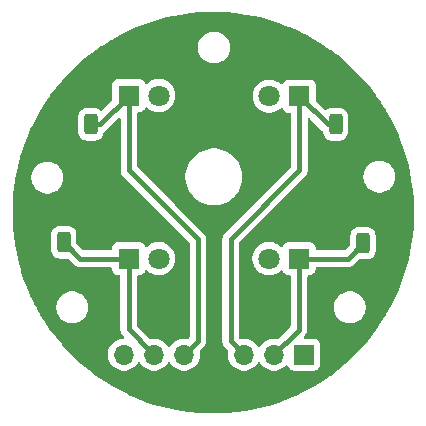
<source format=gbr>
%TF.GenerationSoftware,KiCad,Pcbnew,9.0.1*%
%TF.CreationDate,2025-05-16T16:11:36-04:00*%
%TF.ProjectId,Ir PCB,49722050-4342-42e6-9b69-6361645f7063,rev?*%
%TF.SameCoordinates,Original*%
%TF.FileFunction,Copper,L1,Top*%
%TF.FilePolarity,Positive*%
%FSLAX46Y46*%
G04 Gerber Fmt 4.6, Leading zero omitted, Abs format (unit mm)*
G04 Created by KiCad (PCBNEW 9.0.1) date 2025-05-16 16:11:36*
%MOMM*%
%LPD*%
G01*
G04 APERTURE LIST*
G04 Aperture macros list*
%AMRoundRect*
0 Rectangle with rounded corners*
0 $1 Rounding radius*
0 $2 $3 $4 $5 $6 $7 $8 $9 X,Y pos of 4 corners*
0 Add a 4 corners polygon primitive as box body*
4,1,4,$2,$3,$4,$5,$6,$7,$8,$9,$2,$3,0*
0 Add four circle primitives for the rounded corners*
1,1,$1+$1,$2,$3*
1,1,$1+$1,$4,$5*
1,1,$1+$1,$6,$7*
1,1,$1+$1,$8,$9*
0 Add four rect primitives between the rounded corners*
20,1,$1+$1,$2,$3,$4,$5,0*
20,1,$1+$1,$4,$5,$6,$7,0*
20,1,$1+$1,$6,$7,$8,$9,0*
20,1,$1+$1,$8,$9,$2,$3,0*%
G04 Aperture macros list end*
%TA.AperFunction,ComponentPad*%
%ADD10R,1.800000X1.800000*%
%TD*%
%TA.AperFunction,ComponentPad*%
%ADD11C,1.800000*%
%TD*%
%TA.AperFunction,SMDPad,CuDef*%
%ADD12RoundRect,0.250000X-0.312500X-0.625000X0.312500X-0.625000X0.312500X0.625000X-0.312500X0.625000X0*%
%TD*%
%TA.AperFunction,SMDPad,CuDef*%
%ADD13RoundRect,0.250000X0.312500X0.625000X-0.312500X0.625000X-0.312500X-0.625000X0.312500X-0.625000X0*%
%TD*%
%TA.AperFunction,ComponentPad*%
%ADD14R,1.700000X1.700000*%
%TD*%
%TA.AperFunction,ComponentPad*%
%ADD15O,1.700000X1.700000*%
%TD*%
%TA.AperFunction,Conductor*%
%ADD16C,0.400000*%
%TD*%
G04 APERTURE END LIST*
D10*
%TO.P,Q4,1,C*%
%TO.N,/S3*%
X142790000Y-100070000D03*
D11*
%TO.P,Q4,2,E*%
%TO.N,GND*%
X145330000Y-100070000D03*
%TD*%
D12*
%TO.P,R4,1*%
%TO.N,+5V*%
X134365000Y-112490000D03*
%TO.P,R4,2*%
%TO.N,/S4*%
X137290000Y-112490000D03*
%TD*%
D13*
%TO.P,R2,1*%
%TO.N,+5V*%
X163230000Y-102500000D03*
%TO.P,R2,2*%
%TO.N,/S2*%
X160305000Y-102500000D03*
%TD*%
D12*
%TO.P,R3,1*%
%TO.N,+5V*%
X136650000Y-102500000D03*
%TO.P,R3,2*%
%TO.N,/S3*%
X139575000Y-102500000D03*
%TD*%
D14*
%TO.P,J1,1,Pin_1*%
%TO.N,GND*%
X157620000Y-122000000D03*
D15*
%TO.P,J1,2,Pin_2*%
%TO.N,/S1*%
X155080000Y-122000000D03*
%TO.P,J1,3,Pin_3*%
%TO.N,/S2*%
X152540000Y-122000000D03*
%TO.P,J1,4,Pin_4*%
%TO.N,+5V*%
X150000000Y-122000000D03*
%TO.P,J1,5,Pin_5*%
%TO.N,/S3*%
X147460000Y-122000000D03*
%TO.P,J1,6,Pin_6*%
%TO.N,/S4*%
X144920000Y-122000000D03*
%TO.P,J1,7,Pin_7*%
%TO.N,GND*%
X142380000Y-122000000D03*
%TD*%
D10*
%TO.P,Q2,1,C*%
%TO.N,/S1*%
X157200000Y-113870000D03*
D11*
%TO.P,Q2,2,E*%
%TO.N,GND*%
X154660000Y-113870000D03*
%TD*%
D10*
%TO.P,Q5,1,C*%
%TO.N,/S4*%
X142780000Y-113870000D03*
D11*
%TO.P,Q5,2,E*%
%TO.N,GND*%
X145320000Y-113870000D03*
%TD*%
D10*
%TO.P,Q3,1,C*%
%TO.N,/S2*%
X157230000Y-100110000D03*
D11*
%TO.P,Q3,2,E*%
%TO.N,GND*%
X154690000Y-100110000D03*
%TD*%
D13*
%TO.P,R1,1*%
%TO.N,+5V*%
X165540000Y-112570000D03*
%TO.P,R1,2*%
%TO.N,/S1*%
X162615000Y-112570000D03*
%TD*%
D16*
%TO.N,/S2*%
X157230000Y-100110000D02*
X157230000Y-106400000D01*
X151420000Y-112210000D02*
X151420000Y-120880000D01*
X160305000Y-102500000D02*
X159620000Y-102500000D01*
X159620000Y-102500000D02*
X157230000Y-100110000D01*
X157230000Y-106400000D02*
X151420000Y-112210000D01*
X151420000Y-120880000D02*
X152390000Y-121850000D01*
%TO.N,/S4*%
X137290000Y-112490000D02*
X138670000Y-113870000D01*
X142780000Y-113870000D02*
X142780000Y-119860000D01*
X142780000Y-119860000D02*
X144770000Y-121850000D01*
X138670000Y-113870000D02*
X142780000Y-113870000D01*
%TO.N,/S3*%
X140360000Y-102500000D02*
X142790000Y-100070000D01*
X148640000Y-112220000D02*
X148640000Y-120820000D01*
X139575000Y-102500000D02*
X140360000Y-102500000D01*
X148640000Y-120820000D02*
X147310000Y-122150000D01*
X142790000Y-100070000D02*
X142790000Y-106370000D01*
X142790000Y-106370000D02*
X148640000Y-112220000D01*
%TO.N,/S1*%
X157200000Y-113870000D02*
X157200000Y-119880000D01*
X161315000Y-113870000D02*
X157200000Y-113870000D01*
X162615000Y-112570000D02*
X161315000Y-113870000D01*
X157200000Y-119880000D02*
X154930000Y-122150000D01*
%TD*%
%TA.AperFunction,Conductor*%
%TO.N,+5V*%
G36*
X150335508Y-92995167D02*
G01*
X151114268Y-93031171D01*
X151119979Y-93031567D01*
X151896234Y-93103498D01*
X151901895Y-93104155D01*
X152674010Y-93211860D01*
X152679655Y-93212781D01*
X153445981Y-93356033D01*
X153451584Y-93357215D01*
X154210473Y-93535704D01*
X154215958Y-93537129D01*
X154965790Y-93750475D01*
X154971263Y-93752169D01*
X155710453Y-93999920D01*
X155715790Y-94001847D01*
X156295553Y-94226448D01*
X156442773Y-94283482D01*
X156448036Y-94285662D01*
X157161251Y-94600577D01*
X157166349Y-94602970D01*
X157458497Y-94748443D01*
X157864233Y-94950476D01*
X157869300Y-94953147D01*
X158157911Y-95113902D01*
X158550357Y-95332493D01*
X158555272Y-95335381D01*
X159218121Y-95745799D01*
X159222878Y-95748899D01*
X159866061Y-96189489D01*
X159870691Y-96192821D01*
X160301844Y-96518412D01*
X160492818Y-96662629D01*
X160497303Y-96666182D01*
X161086022Y-97155048D01*
X161097054Y-97164209D01*
X161101373Y-97167967D01*
X161265124Y-97317246D01*
X161677491Y-97693169D01*
X161681634Y-97697125D01*
X162232874Y-98248365D01*
X162236830Y-98252508D01*
X162762030Y-98828624D01*
X162765790Y-98832945D01*
X163263813Y-99432691D01*
X163267370Y-99437181D01*
X163737171Y-100059298D01*
X163740515Y-100063946D01*
X164140331Y-100647606D01*
X164181086Y-100707100D01*
X164184206Y-100711889D01*
X164528421Y-101267815D01*
X164594611Y-101374715D01*
X164597513Y-101379654D01*
X164976852Y-102060699D01*
X164979523Y-102065766D01*
X165327016Y-102763624D01*
X165329431Y-102768767D01*
X165627723Y-103444334D01*
X165644325Y-103481934D01*
X165646517Y-103487226D01*
X165928143Y-104214184D01*
X165930088Y-104219572D01*
X166177830Y-104958737D01*
X166179524Y-104964209D01*
X166392862Y-105714012D01*
X166394302Y-105719556D01*
X166572783Y-106478413D01*
X166573966Y-106484018D01*
X166717217Y-107250340D01*
X166718139Y-107255994D01*
X166825842Y-108028090D01*
X166826502Y-108033780D01*
X166898431Y-108810019D01*
X166898828Y-108815733D01*
X166934833Y-109594491D01*
X166934965Y-109600218D01*
X166934965Y-110379781D01*
X166934833Y-110385508D01*
X166898828Y-111164266D01*
X166898431Y-111169980D01*
X166826502Y-111946219D01*
X166825842Y-111951909D01*
X166718139Y-112724005D01*
X166717217Y-112729659D01*
X166573966Y-113495981D01*
X166572783Y-113501586D01*
X166394302Y-114260443D01*
X166392862Y-114265987D01*
X166179524Y-115015790D01*
X166177830Y-115021262D01*
X165930088Y-115760427D01*
X165928143Y-115765815D01*
X165646517Y-116492773D01*
X165644325Y-116498065D01*
X165329438Y-117211215D01*
X165327016Y-117216375D01*
X164979523Y-117914233D01*
X164976852Y-117919300D01*
X164597513Y-118600345D01*
X164594611Y-118605284D01*
X164184213Y-119268100D01*
X164181086Y-119272899D01*
X163740517Y-119916051D01*
X163737171Y-119920701D01*
X163267370Y-120542818D01*
X163263813Y-120547308D01*
X162765790Y-121147054D01*
X162762030Y-121151375D01*
X162236830Y-121727491D01*
X162232874Y-121731634D01*
X161681634Y-122282874D01*
X161677491Y-122286830D01*
X161101375Y-122812030D01*
X161097054Y-122815790D01*
X160497308Y-123313813D01*
X160492818Y-123317370D01*
X159870701Y-123787171D01*
X159866051Y-123790517D01*
X159222899Y-124231086D01*
X159218100Y-124234213D01*
X158555284Y-124644611D01*
X158550345Y-124647513D01*
X157869300Y-125026852D01*
X157864233Y-125029523D01*
X157166375Y-125377016D01*
X157161215Y-125379438D01*
X156605069Y-125625000D01*
X156448065Y-125694325D01*
X156442773Y-125696517D01*
X155715815Y-125978143D01*
X155710427Y-125980088D01*
X154971262Y-126227830D01*
X154965790Y-126229524D01*
X154215987Y-126442862D01*
X154210443Y-126444302D01*
X153451586Y-126622783D01*
X153445981Y-126623966D01*
X152679659Y-126767217D01*
X152674005Y-126768139D01*
X151901909Y-126875842D01*
X151896219Y-126876502D01*
X151119980Y-126948431D01*
X151114266Y-126948828D01*
X150335508Y-126984833D01*
X150329781Y-126984965D01*
X149550219Y-126984965D01*
X149544492Y-126984833D01*
X148765733Y-126948828D01*
X148760019Y-126948431D01*
X147983780Y-126876502D01*
X147978090Y-126875842D01*
X147205994Y-126768139D01*
X147200340Y-126767217D01*
X146434018Y-126623966D01*
X146428413Y-126622783D01*
X145669556Y-126444302D01*
X145664012Y-126442862D01*
X144914209Y-126229524D01*
X144908737Y-126227830D01*
X144169572Y-125980088D01*
X144164184Y-125978143D01*
X143437226Y-125696517D01*
X143431942Y-125694328D01*
X142718767Y-125379431D01*
X142713624Y-125377016D01*
X142015766Y-125029523D01*
X142010699Y-125026852D01*
X141329654Y-124647513D01*
X141324715Y-124644611D01*
X141261284Y-124605336D01*
X140661889Y-124234206D01*
X140657111Y-124231093D01*
X140013946Y-123790515D01*
X140009298Y-123787171D01*
X139387181Y-123317370D01*
X139382691Y-123313813D01*
X138782945Y-122815790D01*
X138778624Y-122812030D01*
X138202508Y-122286830D01*
X138198365Y-122282874D01*
X137647125Y-121731634D01*
X137643169Y-121727491D01*
X137134591Y-121169608D01*
X137117967Y-121151373D01*
X137114209Y-121147054D01*
X137091921Y-121120213D01*
X136616182Y-120547303D01*
X136612629Y-120542818D01*
X136609354Y-120538481D01*
X136142821Y-119920691D01*
X136139482Y-119916051D01*
X136067525Y-119811006D01*
X135698899Y-119272878D01*
X135695799Y-119268121D01*
X135285381Y-118605272D01*
X135282486Y-118600345D01*
X135124242Y-118316243D01*
X134903147Y-117919300D01*
X134900476Y-117914233D01*
X134890258Y-117893713D01*
X136649500Y-117893713D01*
X136649500Y-118106286D01*
X136682753Y-118316239D01*
X136748444Y-118518414D01*
X136844951Y-118707820D01*
X136969890Y-118879786D01*
X137120213Y-119030109D01*
X137292179Y-119155048D01*
X137292181Y-119155049D01*
X137292184Y-119155051D01*
X137481588Y-119251557D01*
X137683757Y-119317246D01*
X137893713Y-119350500D01*
X137893714Y-119350500D01*
X138106286Y-119350500D01*
X138106287Y-119350500D01*
X138316243Y-119317246D01*
X138518412Y-119251557D01*
X138707816Y-119155051D01*
X138766452Y-119112450D01*
X138879786Y-119030109D01*
X138879788Y-119030106D01*
X138879792Y-119030104D01*
X139030104Y-118879792D01*
X139030106Y-118879788D01*
X139030109Y-118879786D01*
X139155048Y-118707820D01*
X139155047Y-118707820D01*
X139155051Y-118707816D01*
X139251557Y-118518412D01*
X139317246Y-118316243D01*
X139350500Y-118106287D01*
X139350500Y-117893713D01*
X139317246Y-117683757D01*
X139251557Y-117481588D01*
X139155051Y-117292184D01*
X139155049Y-117292181D01*
X139155048Y-117292179D01*
X139030109Y-117120213D01*
X138879786Y-116969890D01*
X138707820Y-116844951D01*
X138518414Y-116748444D01*
X138518413Y-116748443D01*
X138518412Y-116748443D01*
X138316243Y-116682754D01*
X138316241Y-116682753D01*
X138316240Y-116682753D01*
X138154957Y-116657208D01*
X138106287Y-116649500D01*
X137893713Y-116649500D01*
X137845042Y-116657208D01*
X137683760Y-116682753D01*
X137481585Y-116748444D01*
X137292179Y-116844951D01*
X137120213Y-116969890D01*
X136969890Y-117120213D01*
X136844951Y-117292179D01*
X136748444Y-117481585D01*
X136682753Y-117683760D01*
X136649500Y-117893713D01*
X134890258Y-117893713D01*
X134685044Y-117481588D01*
X134552970Y-117216349D01*
X134550577Y-117211251D01*
X134235662Y-116498036D01*
X134233482Y-116492773D01*
X134083153Y-116104730D01*
X133951847Y-115765790D01*
X133949920Y-115760453D01*
X133702169Y-115021262D01*
X133700475Y-115015790D01*
X133661123Y-114877482D01*
X133487129Y-114265958D01*
X133485704Y-114260473D01*
X133307215Y-113501584D01*
X133306033Y-113495981D01*
X133294509Y-113434331D01*
X133162781Y-112729655D01*
X133161860Y-112724005D01*
X133154632Y-112672187D01*
X133054155Y-111951895D01*
X133053497Y-111946219D01*
X133048749Y-111894983D01*
X133041336Y-111814983D01*
X136227000Y-111814983D01*
X136227000Y-113165001D01*
X136227001Y-113165018D01*
X136237500Y-113267796D01*
X136237501Y-113267799D01*
X136264010Y-113347797D01*
X136292686Y-113434334D01*
X136384788Y-113583656D01*
X136508844Y-113707712D01*
X136658166Y-113799814D01*
X136824703Y-113854999D01*
X136927491Y-113865500D01*
X137623479Y-113865499D01*
X137690518Y-113885183D01*
X137711160Y-113901818D01*
X138223454Y-114414112D01*
X138338192Y-114490777D01*
X138465667Y-114543578D01*
X138465672Y-114543580D01*
X138465676Y-114543580D01*
X138465677Y-114543581D01*
X138601003Y-114570500D01*
X138601006Y-114570500D01*
X138601007Y-114570500D01*
X141255501Y-114570500D01*
X141322540Y-114590185D01*
X141368295Y-114642989D01*
X141379501Y-114694500D01*
X141379501Y-114817876D01*
X141385908Y-114877483D01*
X141436202Y-115012328D01*
X141436206Y-115012335D01*
X141522452Y-115127544D01*
X141522455Y-115127547D01*
X141637664Y-115213793D01*
X141637671Y-115213797D01*
X141682618Y-115230561D01*
X141772517Y-115264091D01*
X141832127Y-115270500D01*
X141955500Y-115270499D01*
X142022539Y-115290183D01*
X142068294Y-115342987D01*
X142079500Y-115394499D01*
X142079500Y-119791006D01*
X142079500Y-119928994D01*
X142079500Y-119928996D01*
X142079499Y-119928996D01*
X142106418Y-120064322D01*
X142106421Y-120064332D01*
X142159222Y-120191807D01*
X142235887Y-120306545D01*
X142367161Y-120437819D01*
X142400646Y-120499142D01*
X142395662Y-120568834D01*
X142353790Y-120624767D01*
X142288326Y-120649184D01*
X142279480Y-120649500D01*
X142273713Y-120649500D01*
X142225042Y-120657208D01*
X142063760Y-120682753D01*
X141861585Y-120748444D01*
X141672179Y-120844951D01*
X141500213Y-120969890D01*
X141349890Y-121120213D01*
X141224951Y-121292179D01*
X141128444Y-121481585D01*
X141062753Y-121683760D01*
X141029500Y-121893713D01*
X141029500Y-122106286D01*
X141062753Y-122316239D01*
X141128444Y-122518414D01*
X141224951Y-122707820D01*
X141349890Y-122879786D01*
X141500213Y-123030109D01*
X141672179Y-123155048D01*
X141672181Y-123155049D01*
X141672184Y-123155051D01*
X141861588Y-123251557D01*
X142063757Y-123317246D01*
X142273713Y-123350500D01*
X142273714Y-123350500D01*
X142486286Y-123350500D01*
X142486287Y-123350500D01*
X142696243Y-123317246D01*
X142898412Y-123251557D01*
X143087816Y-123155051D01*
X143174138Y-123092335D01*
X143259786Y-123030109D01*
X143259788Y-123030106D01*
X143259792Y-123030104D01*
X143410104Y-122879792D01*
X143410106Y-122879788D01*
X143410109Y-122879786D01*
X143535048Y-122707820D01*
X143535047Y-122707820D01*
X143535051Y-122707816D01*
X143539514Y-122699054D01*
X143587488Y-122648259D01*
X143655308Y-122631463D01*
X143721444Y-122653999D01*
X143760486Y-122699056D01*
X143764951Y-122707820D01*
X143889890Y-122879786D01*
X144040213Y-123030109D01*
X144212179Y-123155048D01*
X144212181Y-123155049D01*
X144212184Y-123155051D01*
X144401588Y-123251557D01*
X144603757Y-123317246D01*
X144813713Y-123350500D01*
X144813714Y-123350500D01*
X145026286Y-123350500D01*
X145026287Y-123350500D01*
X145236243Y-123317246D01*
X145438412Y-123251557D01*
X145627816Y-123155051D01*
X145714138Y-123092335D01*
X145799786Y-123030109D01*
X145799788Y-123030106D01*
X145799792Y-123030104D01*
X145950104Y-122879792D01*
X145950106Y-122879788D01*
X145950109Y-122879786D01*
X146075048Y-122707820D01*
X146075047Y-122707820D01*
X146075051Y-122707816D01*
X146079514Y-122699054D01*
X146127488Y-122648259D01*
X146195308Y-122631463D01*
X146261444Y-122653999D01*
X146300486Y-122699056D01*
X146304951Y-122707820D01*
X146429890Y-122879786D01*
X146580213Y-123030109D01*
X146752179Y-123155048D01*
X146752181Y-123155049D01*
X146752184Y-123155051D01*
X146941588Y-123251557D01*
X147143757Y-123317246D01*
X147353713Y-123350500D01*
X147353714Y-123350500D01*
X147566286Y-123350500D01*
X147566287Y-123350500D01*
X147776243Y-123317246D01*
X147978412Y-123251557D01*
X148167816Y-123155051D01*
X148254138Y-123092335D01*
X148339786Y-123030109D01*
X148339788Y-123030106D01*
X148339792Y-123030104D01*
X148490104Y-122879792D01*
X148490106Y-122879788D01*
X148490109Y-122879786D01*
X148615048Y-122707820D01*
X148615047Y-122707820D01*
X148615051Y-122707816D01*
X148711557Y-122518412D01*
X148777246Y-122316243D01*
X148810500Y-122106287D01*
X148810500Y-121893713D01*
X148785715Y-121737227D01*
X148794670Y-121667933D01*
X148820502Y-121630153D01*
X149184114Y-121266543D01*
X149260775Y-121151811D01*
X149262746Y-121147054D01*
X149313578Y-121024332D01*
X149313580Y-121024328D01*
X149328565Y-120948996D01*
X150719499Y-120948996D01*
X150746418Y-121084322D01*
X150746421Y-121084332D01*
X150799222Y-121211807D01*
X150875887Y-121326545D01*
X150875888Y-121326546D01*
X151179492Y-121630149D01*
X151212977Y-121691472D01*
X151214284Y-121737227D01*
X151189500Y-121893712D01*
X151189500Y-122106286D01*
X151222753Y-122316239D01*
X151288444Y-122518414D01*
X151384951Y-122707820D01*
X151509890Y-122879786D01*
X151660213Y-123030109D01*
X151832179Y-123155048D01*
X151832181Y-123155049D01*
X151832184Y-123155051D01*
X152021588Y-123251557D01*
X152223757Y-123317246D01*
X152433713Y-123350500D01*
X152433714Y-123350500D01*
X152646286Y-123350500D01*
X152646287Y-123350500D01*
X152856243Y-123317246D01*
X153058412Y-123251557D01*
X153247816Y-123155051D01*
X153334138Y-123092335D01*
X153419786Y-123030109D01*
X153419788Y-123030106D01*
X153419792Y-123030104D01*
X153570104Y-122879792D01*
X153570106Y-122879788D01*
X153570109Y-122879786D01*
X153695048Y-122707820D01*
X153695047Y-122707820D01*
X153695051Y-122707816D01*
X153699514Y-122699054D01*
X153747488Y-122648259D01*
X153815308Y-122631463D01*
X153881444Y-122653999D01*
X153920486Y-122699056D01*
X153924951Y-122707820D01*
X154049890Y-122879786D01*
X154200213Y-123030109D01*
X154372179Y-123155048D01*
X154372181Y-123155049D01*
X154372184Y-123155051D01*
X154561588Y-123251557D01*
X154763757Y-123317246D01*
X154973713Y-123350500D01*
X154973714Y-123350500D01*
X155186286Y-123350500D01*
X155186287Y-123350500D01*
X155396243Y-123317246D01*
X155598412Y-123251557D01*
X155787816Y-123155051D01*
X155959792Y-123030104D01*
X156073329Y-122916566D01*
X156134648Y-122883084D01*
X156204340Y-122888068D01*
X156260274Y-122929939D01*
X156277189Y-122960917D01*
X156326202Y-123092328D01*
X156326206Y-123092335D01*
X156412452Y-123207544D01*
X156412455Y-123207547D01*
X156527664Y-123293793D01*
X156527671Y-123293797D01*
X156662517Y-123344091D01*
X156662516Y-123344091D01*
X156669444Y-123344835D01*
X156722127Y-123350500D01*
X158517872Y-123350499D01*
X158577483Y-123344091D01*
X158712331Y-123293796D01*
X158827546Y-123207546D01*
X158913796Y-123092331D01*
X158964091Y-122957483D01*
X158970500Y-122897873D01*
X158970499Y-121102128D01*
X158964091Y-121042517D01*
X158957308Y-121024332D01*
X158913797Y-120907671D01*
X158913793Y-120907664D01*
X158827547Y-120792455D01*
X158827544Y-120792452D01*
X158712335Y-120706206D01*
X158712328Y-120706202D01*
X158577482Y-120655908D01*
X158577483Y-120655908D01*
X158517883Y-120649501D01*
X158517881Y-120649500D01*
X158517873Y-120649500D01*
X158517865Y-120649500D01*
X157720519Y-120649500D01*
X157653480Y-120629815D01*
X157607725Y-120577011D01*
X157597781Y-120507853D01*
X157626806Y-120444297D01*
X157632829Y-120437827D01*
X157744114Y-120326543D01*
X157820775Y-120211811D01*
X157873580Y-120084328D01*
X157900500Y-119948994D01*
X157900500Y-119811006D01*
X157900500Y-117893713D01*
X160149500Y-117893713D01*
X160149500Y-118106286D01*
X160182753Y-118316239D01*
X160248444Y-118518414D01*
X160344951Y-118707820D01*
X160469890Y-118879786D01*
X160620213Y-119030109D01*
X160792179Y-119155048D01*
X160792181Y-119155049D01*
X160792184Y-119155051D01*
X160981588Y-119251557D01*
X161183757Y-119317246D01*
X161393713Y-119350500D01*
X161393714Y-119350500D01*
X161606286Y-119350500D01*
X161606287Y-119350500D01*
X161816243Y-119317246D01*
X162018412Y-119251557D01*
X162207816Y-119155051D01*
X162266452Y-119112450D01*
X162379786Y-119030109D01*
X162379788Y-119030106D01*
X162379792Y-119030104D01*
X162530104Y-118879792D01*
X162530106Y-118879788D01*
X162530109Y-118879786D01*
X162655048Y-118707820D01*
X162655047Y-118707820D01*
X162655051Y-118707816D01*
X162751557Y-118518412D01*
X162817246Y-118316243D01*
X162850500Y-118106287D01*
X162850500Y-117893713D01*
X162817246Y-117683757D01*
X162751557Y-117481588D01*
X162655051Y-117292184D01*
X162655049Y-117292181D01*
X162655048Y-117292179D01*
X162530109Y-117120213D01*
X162379786Y-116969890D01*
X162207820Y-116844951D01*
X162018414Y-116748444D01*
X162018413Y-116748443D01*
X162018412Y-116748443D01*
X161816243Y-116682754D01*
X161816241Y-116682753D01*
X161816240Y-116682753D01*
X161654957Y-116657208D01*
X161606287Y-116649500D01*
X161393713Y-116649500D01*
X161345042Y-116657208D01*
X161183760Y-116682753D01*
X160981585Y-116748444D01*
X160792179Y-116844951D01*
X160620213Y-116969890D01*
X160469890Y-117120213D01*
X160344951Y-117292179D01*
X160248444Y-117481585D01*
X160182753Y-117683760D01*
X160149500Y-117893713D01*
X157900500Y-117893713D01*
X157900500Y-115394499D01*
X157920185Y-115327460D01*
X157972989Y-115281705D01*
X158024500Y-115270499D01*
X158147871Y-115270499D01*
X158147872Y-115270499D01*
X158207483Y-115264091D01*
X158342331Y-115213796D01*
X158457546Y-115127546D01*
X158543796Y-115012331D01*
X158594091Y-114877483D01*
X158600500Y-114817873D01*
X158600500Y-114694500D01*
X158620185Y-114627461D01*
X158672989Y-114581706D01*
X158724500Y-114570500D01*
X161383996Y-114570500D01*
X161475040Y-114552389D01*
X161519328Y-114543580D01*
X161585763Y-114516062D01*
X161646807Y-114490777D01*
X161646808Y-114490776D01*
X161646811Y-114490775D01*
X161761543Y-114414114D01*
X162193840Y-113981815D01*
X162255159Y-113948333D01*
X162281509Y-113945499D01*
X162977508Y-113945499D01*
X162977516Y-113945498D01*
X162977519Y-113945498D01*
X163033802Y-113939748D01*
X163080297Y-113934999D01*
X163246834Y-113879814D01*
X163396156Y-113787712D01*
X163520212Y-113663656D01*
X163612314Y-113514334D01*
X163667499Y-113347797D01*
X163678000Y-113245009D01*
X163677999Y-111894992D01*
X163675366Y-111869221D01*
X163667499Y-111792203D01*
X163667498Y-111792200D01*
X163661288Y-111773459D01*
X163612314Y-111625666D01*
X163520212Y-111476344D01*
X163396156Y-111352288D01*
X163246834Y-111260186D01*
X163080297Y-111205001D01*
X163080295Y-111205000D01*
X162977510Y-111194500D01*
X162252498Y-111194500D01*
X162252480Y-111194501D01*
X162149703Y-111205000D01*
X162149700Y-111205001D01*
X161983168Y-111260185D01*
X161983163Y-111260187D01*
X161833842Y-111352289D01*
X161709789Y-111476342D01*
X161617687Y-111625663D01*
X161617686Y-111625666D01*
X161562501Y-111792203D01*
X161562501Y-111792204D01*
X161562500Y-111792204D01*
X161552000Y-111894983D01*
X161552000Y-112590980D01*
X161532315Y-112658019D01*
X161515681Y-112678661D01*
X161061162Y-113133181D01*
X160999839Y-113166666D01*
X160973481Y-113169500D01*
X158724499Y-113169500D01*
X158657460Y-113149815D01*
X158611705Y-113097011D01*
X158600499Y-113045500D01*
X158600499Y-112922129D01*
X158600498Y-112922123D01*
X158600497Y-112922116D01*
X158594091Y-112862517D01*
X158573601Y-112807581D01*
X158543797Y-112727671D01*
X158543793Y-112727664D01*
X158457547Y-112612455D01*
X158457544Y-112612452D01*
X158342335Y-112526206D01*
X158342328Y-112526202D01*
X158207482Y-112475908D01*
X158207483Y-112475908D01*
X158147883Y-112469501D01*
X158147881Y-112469500D01*
X158147873Y-112469500D01*
X158147864Y-112469500D01*
X156252129Y-112469500D01*
X156252123Y-112469501D01*
X156192516Y-112475908D01*
X156057671Y-112526202D01*
X156057664Y-112526206D01*
X155942455Y-112612452D01*
X155942452Y-112612455D01*
X155856206Y-112727664D01*
X155856203Y-112727669D01*
X155826398Y-112807581D01*
X155784526Y-112863514D01*
X155719062Y-112887931D01*
X155650789Y-112873079D01*
X155622535Y-112851928D01*
X155572363Y-112801756D01*
X155572358Y-112801752D01*
X155394025Y-112672187D01*
X155394024Y-112672186D01*
X155394022Y-112672185D01*
X155276791Y-112612452D01*
X155197606Y-112572104D01*
X155197603Y-112572103D01*
X154987952Y-112503985D01*
X154864802Y-112484480D01*
X154770222Y-112469500D01*
X154549778Y-112469500D01*
X154477201Y-112480995D01*
X154332047Y-112503985D01*
X154122396Y-112572103D01*
X154122393Y-112572104D01*
X153925974Y-112672187D01*
X153747641Y-112801752D01*
X153747636Y-112801756D01*
X153591756Y-112957636D01*
X153591752Y-112957641D01*
X153462187Y-113135974D01*
X153362104Y-113332393D01*
X153362103Y-113332396D01*
X153293985Y-113542047D01*
X153259500Y-113759778D01*
X153259500Y-113980221D01*
X153293985Y-114197952D01*
X153362103Y-114407603D01*
X153362104Y-114407606D01*
X153430122Y-114541096D01*
X153450814Y-114581706D01*
X153462187Y-114604025D01*
X153591752Y-114782358D01*
X153591756Y-114782363D01*
X153747636Y-114938243D01*
X153747641Y-114938247D01*
X153849603Y-115012326D01*
X153925978Y-115067815D01*
X154054375Y-115133237D01*
X154122393Y-115167895D01*
X154122396Y-115167896D01*
X154227221Y-115201955D01*
X154332049Y-115236015D01*
X154549778Y-115270500D01*
X154549779Y-115270500D01*
X154770221Y-115270500D01*
X154770222Y-115270500D01*
X154987951Y-115236015D01*
X155197606Y-115167895D01*
X155394022Y-115067815D01*
X155572365Y-114938242D01*
X155622536Y-114888070D01*
X155683857Y-114854586D01*
X155753548Y-114859570D01*
X155809482Y-114901441D01*
X155826398Y-114932419D01*
X155856202Y-115012328D01*
X155856206Y-115012335D01*
X155942452Y-115127544D01*
X155942455Y-115127547D01*
X156057664Y-115213793D01*
X156057671Y-115213797D01*
X156102618Y-115230561D01*
X156192517Y-115264091D01*
X156252127Y-115270500D01*
X156375500Y-115270499D01*
X156442539Y-115290183D01*
X156488294Y-115342987D01*
X156499500Y-115394499D01*
X156499500Y-119538480D01*
X156479815Y-119605519D01*
X156463181Y-119626161D01*
X155449849Y-120639492D01*
X155388526Y-120672977D01*
X155342771Y-120674284D01*
X155186287Y-120649500D01*
X154973713Y-120649500D01*
X154925042Y-120657208D01*
X154763760Y-120682753D01*
X154561585Y-120748444D01*
X154372179Y-120844951D01*
X154200213Y-120969890D01*
X154049890Y-121120213D01*
X153924949Y-121292182D01*
X153920484Y-121300946D01*
X153872509Y-121351742D01*
X153804688Y-121368536D01*
X153738553Y-121345998D01*
X153699516Y-121300946D01*
X153695050Y-121292182D01*
X153570109Y-121120213D01*
X153419786Y-120969890D01*
X153247820Y-120844951D01*
X153058414Y-120748444D01*
X153058413Y-120748443D01*
X153058412Y-120748443D01*
X152856243Y-120682754D01*
X152856241Y-120682753D01*
X152856240Y-120682753D01*
X152694957Y-120657208D01*
X152646287Y-120649500D01*
X152433713Y-120649500D01*
X152277227Y-120674284D01*
X152271802Y-120673582D01*
X152266676Y-120675495D01*
X152237520Y-120669152D01*
X152207934Y-120665329D01*
X152202330Y-120661497D01*
X152198403Y-120660643D01*
X152170149Y-120639492D01*
X152156819Y-120626162D01*
X152123334Y-120564839D01*
X152120500Y-120538481D01*
X152120500Y-112551519D01*
X152140185Y-112484480D01*
X152156819Y-112463838D01*
X157774112Y-106846545D01*
X157774114Y-106846543D01*
X157789368Y-106823713D01*
X162649500Y-106823713D01*
X162649500Y-107036287D01*
X162682754Y-107246243D01*
X162717354Y-107352731D01*
X162748444Y-107448414D01*
X162844951Y-107637820D01*
X162969890Y-107809786D01*
X163120213Y-107960109D01*
X163292179Y-108085048D01*
X163292181Y-108085049D01*
X163292184Y-108085051D01*
X163481588Y-108181557D01*
X163683757Y-108247246D01*
X163893713Y-108280500D01*
X163893714Y-108280500D01*
X164106286Y-108280500D01*
X164106287Y-108280500D01*
X164316243Y-108247246D01*
X164518412Y-108181557D01*
X164707816Y-108085051D01*
X164786217Y-108028090D01*
X164879786Y-107960109D01*
X164879788Y-107960106D01*
X164879792Y-107960104D01*
X165030104Y-107809792D01*
X165030106Y-107809788D01*
X165030109Y-107809786D01*
X165155048Y-107637820D01*
X165155047Y-107637820D01*
X165155051Y-107637816D01*
X165251557Y-107448412D01*
X165317246Y-107246243D01*
X165350500Y-107036287D01*
X165350500Y-106823713D01*
X165317246Y-106613757D01*
X165251557Y-106411588D01*
X165155051Y-106222184D01*
X165155049Y-106222181D01*
X165155048Y-106222179D01*
X165030109Y-106050213D01*
X164879786Y-105899890D01*
X164707820Y-105774951D01*
X164518414Y-105678444D01*
X164518413Y-105678443D01*
X164518412Y-105678443D01*
X164316243Y-105612754D01*
X164316241Y-105612753D01*
X164316240Y-105612753D01*
X164154957Y-105587208D01*
X164106287Y-105579500D01*
X163893713Y-105579500D01*
X163845042Y-105587208D01*
X163683760Y-105612753D01*
X163481585Y-105678444D01*
X163292179Y-105774951D01*
X163120213Y-105899890D01*
X162969890Y-106050213D01*
X162844951Y-106222179D01*
X162748444Y-106411585D01*
X162682753Y-106613760D01*
X162664056Y-106731809D01*
X162649500Y-106823713D01*
X157789368Y-106823713D01*
X157850775Y-106731811D01*
X157903580Y-106604328D01*
X157926006Y-106491588D01*
X157930500Y-106468996D01*
X157930500Y-102100518D01*
X157950185Y-102033479D01*
X158002989Y-101987724D01*
X158072147Y-101977780D01*
X158135703Y-102006805D01*
X158142181Y-102012837D01*
X159075886Y-102946542D01*
X159173458Y-103044114D01*
X159195430Y-103058795D01*
X159202914Y-103065828D01*
X159215610Y-103087454D01*
X159231696Y-103106701D01*
X159234325Y-103119330D01*
X159238289Y-103126081D01*
X159237873Y-103136369D01*
X159242000Y-103156185D01*
X159242000Y-103174997D01*
X159242001Y-103175019D01*
X159252500Y-103277796D01*
X159252501Y-103277799D01*
X159307685Y-103444331D01*
X159307686Y-103444334D01*
X159399788Y-103593656D01*
X159523844Y-103717712D01*
X159673166Y-103809814D01*
X159839703Y-103864999D01*
X159942491Y-103875500D01*
X160667508Y-103875499D01*
X160667516Y-103875498D01*
X160667519Y-103875498D01*
X160723802Y-103869748D01*
X160770297Y-103864999D01*
X160936834Y-103809814D01*
X161086156Y-103717712D01*
X161210212Y-103593656D01*
X161302314Y-103444334D01*
X161357499Y-103277797D01*
X161368000Y-103175009D01*
X161367999Y-101824992D01*
X161357499Y-101722203D01*
X161302314Y-101555666D01*
X161210212Y-101406344D01*
X161086156Y-101282288D01*
X160993388Y-101225069D01*
X160936836Y-101190187D01*
X160936831Y-101190185D01*
X160935362Y-101189698D01*
X160770297Y-101135001D01*
X160770295Y-101135000D01*
X160667510Y-101124500D01*
X159942498Y-101124500D01*
X159942480Y-101124501D01*
X159839703Y-101135000D01*
X159839700Y-101135001D01*
X159673168Y-101190185D01*
X159673159Y-101190189D01*
X159526330Y-101280754D01*
X159458938Y-101299194D01*
X159392274Y-101278271D01*
X159373553Y-101262896D01*
X158666818Y-100556161D01*
X158633333Y-100494838D01*
X158630499Y-100468480D01*
X158630499Y-99162129D01*
X158630498Y-99162123D01*
X158630016Y-99157641D01*
X158624091Y-99102517D01*
X158615852Y-99080428D01*
X158573797Y-98967671D01*
X158573793Y-98967664D01*
X158487547Y-98852455D01*
X158487544Y-98852452D01*
X158372335Y-98766206D01*
X158372328Y-98766202D01*
X158237482Y-98715908D01*
X158237483Y-98715908D01*
X158177883Y-98709501D01*
X158177881Y-98709500D01*
X158177873Y-98709500D01*
X158177864Y-98709500D01*
X156282129Y-98709500D01*
X156282123Y-98709501D01*
X156222516Y-98715908D01*
X156087671Y-98766202D01*
X156087664Y-98766206D01*
X155972455Y-98852452D01*
X155972452Y-98852455D01*
X155886206Y-98967664D01*
X155886203Y-98967669D01*
X155856398Y-99047581D01*
X155814526Y-99103514D01*
X155749062Y-99127931D01*
X155680789Y-99113079D01*
X155652535Y-99091928D01*
X155602363Y-99041756D01*
X155602358Y-99041752D01*
X155424025Y-98912187D01*
X155424024Y-98912186D01*
X155424022Y-98912185D01*
X155361096Y-98880122D01*
X155227606Y-98812104D01*
X155227603Y-98812103D01*
X155017952Y-98743985D01*
X154905674Y-98726202D01*
X154800222Y-98709500D01*
X154579778Y-98709500D01*
X154507201Y-98720995D01*
X154362047Y-98743985D01*
X154152396Y-98812103D01*
X154152393Y-98812104D01*
X153955974Y-98912187D01*
X153777641Y-99041752D01*
X153777636Y-99041756D01*
X153621756Y-99197636D01*
X153621752Y-99197641D01*
X153492187Y-99375974D01*
X153392104Y-99572393D01*
X153392103Y-99572396D01*
X153323985Y-99782047D01*
X153289500Y-99999778D01*
X153289500Y-100220221D01*
X153323985Y-100437952D01*
X153392103Y-100647603D01*
X153392104Y-100647606D01*
X153492187Y-100844025D01*
X153621752Y-101022358D01*
X153621756Y-101022363D01*
X153777636Y-101178243D01*
X153777641Y-101178247D01*
X153920843Y-101282288D01*
X153955978Y-101307815D01*
X154084375Y-101373237D01*
X154152393Y-101407895D01*
X154152396Y-101407896D01*
X154238937Y-101436014D01*
X154362049Y-101476015D01*
X154579778Y-101510500D01*
X154579779Y-101510500D01*
X154800221Y-101510500D01*
X154800222Y-101510500D01*
X155017951Y-101476015D01*
X155227606Y-101407895D01*
X155424022Y-101307815D01*
X155602365Y-101178242D01*
X155652536Y-101128070D01*
X155713857Y-101094586D01*
X155783548Y-101099570D01*
X155839482Y-101141441D01*
X155856398Y-101172419D01*
X155886202Y-101252328D01*
X155886206Y-101252335D01*
X155972452Y-101367544D01*
X155972455Y-101367547D01*
X156087664Y-101453793D01*
X156087671Y-101453797D01*
X156115271Y-101464091D01*
X156222517Y-101504091D01*
X156282127Y-101510500D01*
X156405500Y-101510499D01*
X156472539Y-101530183D01*
X156518294Y-101582987D01*
X156529500Y-101634499D01*
X156529500Y-106058480D01*
X156509815Y-106125519D01*
X156493181Y-106146161D01*
X150875890Y-111763451D01*
X150875884Y-111763458D01*
X150805217Y-111869221D01*
X150805216Y-111869224D01*
X150799221Y-111878194D01*
X150746421Y-112005667D01*
X150746418Y-112005677D01*
X150719500Y-112141004D01*
X150719500Y-112141007D01*
X150719500Y-120811006D01*
X150719500Y-120948994D01*
X150719500Y-120948996D01*
X150719499Y-120948996D01*
X149328565Y-120948996D01*
X149336785Y-120907671D01*
X149340500Y-120888996D01*
X149340500Y-112151009D01*
X149340499Y-112151000D01*
X149313581Y-112015677D01*
X149313580Y-112015676D01*
X149313580Y-112015672D01*
X149284812Y-111946219D01*
X149260778Y-111888195D01*
X149260771Y-111888182D01*
X149184115Y-111773459D01*
X149174107Y-111763451D01*
X149086542Y-111675886D01*
X146730967Y-109320311D01*
X144310050Y-106899393D01*
X144225843Y-106815186D01*
X147589500Y-106815186D01*
X147589500Y-107084813D01*
X147619686Y-107352719D01*
X147619688Y-107352731D01*
X147679684Y-107615594D01*
X147679687Y-107615602D01*
X147768734Y-107870082D01*
X147885714Y-108112994D01*
X147885716Y-108112997D01*
X148029162Y-108341289D01*
X148197266Y-108552085D01*
X148387915Y-108742734D01*
X148598711Y-108910838D01*
X148827003Y-109054284D01*
X149069921Y-109171267D01*
X149261049Y-109238145D01*
X149324397Y-109260312D01*
X149324405Y-109260315D01*
X149324408Y-109260315D01*
X149324409Y-109260316D01*
X149587268Y-109320312D01*
X149855187Y-109350499D01*
X149855188Y-109350500D01*
X149855191Y-109350500D01*
X150124812Y-109350500D01*
X150124812Y-109350499D01*
X150392732Y-109320312D01*
X150655591Y-109260316D01*
X150910079Y-109171267D01*
X151152997Y-109054284D01*
X151381289Y-108910838D01*
X151592085Y-108742734D01*
X151782734Y-108552085D01*
X151950838Y-108341289D01*
X152094284Y-108112997D01*
X152211267Y-107870079D01*
X152300316Y-107615591D01*
X152360312Y-107352732D01*
X152390500Y-107084809D01*
X152390500Y-106815191D01*
X152360312Y-106547268D01*
X152300316Y-106284409D01*
X152211267Y-106029921D01*
X152094284Y-105787003D01*
X151950838Y-105558711D01*
X151782734Y-105347915D01*
X151592085Y-105157266D01*
X151381289Y-104989162D01*
X151152997Y-104845716D01*
X151152994Y-104845714D01*
X150910082Y-104728734D01*
X150655602Y-104639687D01*
X150655594Y-104639684D01*
X150458446Y-104594687D01*
X150392732Y-104579688D01*
X150392728Y-104579687D01*
X150392719Y-104579686D01*
X150124813Y-104549500D01*
X150124809Y-104549500D01*
X149855191Y-104549500D01*
X149855186Y-104549500D01*
X149587280Y-104579686D01*
X149587268Y-104579688D01*
X149324405Y-104639684D01*
X149324397Y-104639687D01*
X149069917Y-104728734D01*
X148827005Y-104845714D01*
X148598712Y-104989161D01*
X148387915Y-105157265D01*
X148197265Y-105347915D01*
X148029161Y-105558712D01*
X147885714Y-105787005D01*
X147768734Y-106029917D01*
X147679687Y-106284397D01*
X147679684Y-106284405D01*
X147619688Y-106547268D01*
X147619686Y-106547280D01*
X147589500Y-106815186D01*
X144225843Y-106815186D01*
X143526819Y-106116162D01*
X143493334Y-106054839D01*
X143490500Y-106028481D01*
X143490500Y-101594499D01*
X143510185Y-101527460D01*
X143562989Y-101481705D01*
X143614500Y-101470499D01*
X143737871Y-101470499D01*
X143737872Y-101470499D01*
X143797483Y-101464091D01*
X143932331Y-101413796D01*
X144047546Y-101327546D01*
X144133796Y-101212331D01*
X144133798Y-101212326D01*
X144163601Y-101132420D01*
X144205471Y-101076486D01*
X144270936Y-101052068D01*
X144339209Y-101066919D01*
X144367464Y-101088071D01*
X144417636Y-101138243D01*
X144417641Y-101138247D01*
X144489134Y-101190189D01*
X144595978Y-101267815D01*
X144724375Y-101333237D01*
X144792393Y-101367895D01*
X144792396Y-101367896D01*
X144897221Y-101401955D01*
X145002049Y-101436015D01*
X145219778Y-101470500D01*
X145219779Y-101470500D01*
X145440221Y-101470500D01*
X145440222Y-101470500D01*
X145657951Y-101436015D01*
X145867606Y-101367895D01*
X146064022Y-101267815D01*
X146242365Y-101138242D01*
X146398242Y-100982365D01*
X146527815Y-100804022D01*
X146627895Y-100607606D01*
X146696015Y-100397951D01*
X146730500Y-100180222D01*
X146730500Y-99959778D01*
X146696015Y-99742049D01*
X146627895Y-99532394D01*
X146627895Y-99532393D01*
X146548194Y-99375974D01*
X146527815Y-99335978D01*
X146427308Y-99197641D01*
X146398247Y-99157641D01*
X146398243Y-99157636D01*
X146242363Y-99001756D01*
X146242358Y-99001752D01*
X146064025Y-98872187D01*
X146064024Y-98872186D01*
X146064022Y-98872185D01*
X145987010Y-98832945D01*
X145867606Y-98772104D01*
X145867603Y-98772103D01*
X145657952Y-98703985D01*
X145549086Y-98686742D01*
X145440222Y-98669500D01*
X145219778Y-98669500D01*
X145147201Y-98680995D01*
X145002047Y-98703985D01*
X144792396Y-98772103D01*
X144792393Y-98772104D01*
X144595974Y-98872187D01*
X144417641Y-99001752D01*
X144417636Y-99001756D01*
X144367463Y-99051929D01*
X144306140Y-99085413D01*
X144236448Y-99080428D01*
X144180515Y-99038557D01*
X144163601Y-99007580D01*
X144133797Y-98927671D01*
X144133793Y-98927664D01*
X144047547Y-98812455D01*
X144047544Y-98812452D01*
X143932335Y-98726206D01*
X143932328Y-98726202D01*
X143797482Y-98675908D01*
X143797483Y-98675908D01*
X143737883Y-98669501D01*
X143737881Y-98669500D01*
X143737873Y-98669500D01*
X143737864Y-98669500D01*
X141842129Y-98669500D01*
X141842123Y-98669501D01*
X141782516Y-98675908D01*
X141647671Y-98726202D01*
X141647664Y-98726206D01*
X141532455Y-98812452D01*
X141532452Y-98812455D01*
X141446206Y-98927664D01*
X141446202Y-98927671D01*
X141395908Y-99062517D01*
X141389501Y-99122116D01*
X141389500Y-99122135D01*
X141389500Y-100428480D01*
X141369815Y-100495519D01*
X141353181Y-100516161D01*
X140559286Y-101310056D01*
X140497963Y-101343541D01*
X140428271Y-101338557D01*
X140383924Y-101310056D01*
X140356157Y-101282289D01*
X140356156Y-101282288D01*
X140263388Y-101225069D01*
X140206836Y-101190187D01*
X140206831Y-101190185D01*
X140205362Y-101189698D01*
X140040297Y-101135001D01*
X140040295Y-101135000D01*
X139937510Y-101124500D01*
X139212498Y-101124500D01*
X139212480Y-101124501D01*
X139109703Y-101135000D01*
X139109700Y-101135001D01*
X138943168Y-101190185D01*
X138943163Y-101190187D01*
X138793842Y-101282289D01*
X138669789Y-101406342D01*
X138577687Y-101555663D01*
X138577685Y-101555668D01*
X138564916Y-101594202D01*
X138522501Y-101722203D01*
X138522501Y-101722204D01*
X138522500Y-101722204D01*
X138512000Y-101824983D01*
X138512000Y-103175001D01*
X138512001Y-103175018D01*
X138522500Y-103277796D01*
X138522501Y-103277799D01*
X138577685Y-103444331D01*
X138577686Y-103444334D01*
X138669788Y-103593656D01*
X138793844Y-103717712D01*
X138943166Y-103809814D01*
X139109703Y-103864999D01*
X139212491Y-103875500D01*
X139937508Y-103875499D01*
X139937516Y-103875498D01*
X139937519Y-103875498D01*
X139993802Y-103869748D01*
X140040297Y-103864999D01*
X140206834Y-103809814D01*
X140356156Y-103717712D01*
X140480212Y-103593656D01*
X140572314Y-103444334D01*
X140627499Y-103277797D01*
X140634071Y-103213460D01*
X140660466Y-103148770D01*
X140688539Y-103122960D01*
X140691806Y-103120777D01*
X140691811Y-103120775D01*
X140806543Y-103044114D01*
X141877819Y-101972838D01*
X141939142Y-101939353D01*
X142008834Y-101944337D01*
X142064767Y-101986209D01*
X142089184Y-102051673D01*
X142089500Y-102060519D01*
X142089500Y-106301006D01*
X142089500Y-106438994D01*
X142089500Y-106438996D01*
X142089499Y-106438996D01*
X142116418Y-106574322D01*
X142116421Y-106574332D01*
X142169222Y-106701807D01*
X142245887Y-106816545D01*
X142245888Y-106816546D01*
X147903181Y-112473837D01*
X147936666Y-112535160D01*
X147939500Y-112561518D01*
X147939500Y-120478479D01*
X147930855Y-120507916D01*
X147924332Y-120537907D01*
X147920576Y-120542923D01*
X147919815Y-120545518D01*
X147903181Y-120566161D01*
X147829848Y-120639493D01*
X147768524Y-120672977D01*
X147722769Y-120674284D01*
X147604498Y-120655552D01*
X147566287Y-120649500D01*
X147353713Y-120649500D01*
X147305042Y-120657208D01*
X147143760Y-120682753D01*
X146941585Y-120748444D01*
X146752179Y-120844951D01*
X146580213Y-120969890D01*
X146429890Y-121120213D01*
X146304949Y-121292182D01*
X146300484Y-121300946D01*
X146252509Y-121351742D01*
X146184688Y-121368536D01*
X146118553Y-121345998D01*
X146079516Y-121300946D01*
X146075050Y-121292182D01*
X145950109Y-121120213D01*
X145799786Y-120969890D01*
X145627820Y-120844951D01*
X145438414Y-120748444D01*
X145438413Y-120748443D01*
X145438412Y-120748443D01*
X145236243Y-120682754D01*
X145236241Y-120682753D01*
X145236240Y-120682753D01*
X145074957Y-120657208D01*
X145026287Y-120649500D01*
X144813713Y-120649500D01*
X144657227Y-120674284D01*
X144587934Y-120665329D01*
X144550149Y-120639492D01*
X143516819Y-119606162D01*
X143483334Y-119544839D01*
X143480500Y-119518481D01*
X143480500Y-115394499D01*
X143500185Y-115327460D01*
X143552989Y-115281705D01*
X143604500Y-115270499D01*
X143727871Y-115270499D01*
X143727872Y-115270499D01*
X143787483Y-115264091D01*
X143922331Y-115213796D01*
X144037546Y-115127546D01*
X144123796Y-115012331D01*
X144151429Y-114938243D01*
X144153601Y-114932420D01*
X144195471Y-114876486D01*
X144260936Y-114852068D01*
X144329209Y-114866919D01*
X144357464Y-114888071D01*
X144407636Y-114938243D01*
X144407641Y-114938247D01*
X144509603Y-115012326D01*
X144585978Y-115067815D01*
X144714375Y-115133237D01*
X144782393Y-115167895D01*
X144782396Y-115167896D01*
X144887221Y-115201955D01*
X144992049Y-115236015D01*
X145209778Y-115270500D01*
X145209779Y-115270500D01*
X145430221Y-115270500D01*
X145430222Y-115270500D01*
X145647951Y-115236015D01*
X145857606Y-115167895D01*
X146054022Y-115067815D01*
X146232365Y-114938242D01*
X146388242Y-114782365D01*
X146517815Y-114604022D01*
X146617895Y-114407606D01*
X146686015Y-114197951D01*
X146720500Y-113980222D01*
X146720500Y-113759778D01*
X146686015Y-113542049D01*
X146617895Y-113332394D01*
X146617895Y-113332393D01*
X146533451Y-113166666D01*
X146517815Y-113135978D01*
X146459501Y-113055715D01*
X146388247Y-112957641D01*
X146388243Y-112957636D01*
X146232363Y-112801756D01*
X146232358Y-112801752D01*
X146054025Y-112672187D01*
X146054024Y-112672186D01*
X146054022Y-112672185D01*
X145936791Y-112612452D01*
X145857606Y-112572104D01*
X145857603Y-112572103D01*
X145647952Y-112503985D01*
X145524802Y-112484480D01*
X145430222Y-112469500D01*
X145209778Y-112469500D01*
X145137201Y-112480995D01*
X144992047Y-112503985D01*
X144782396Y-112572103D01*
X144782393Y-112572104D01*
X144585974Y-112672187D01*
X144407641Y-112801752D01*
X144407636Y-112801756D01*
X144357463Y-112851929D01*
X144296140Y-112885413D01*
X144226448Y-112880428D01*
X144170515Y-112838557D01*
X144153601Y-112807580D01*
X144123797Y-112727671D01*
X144123793Y-112727664D01*
X144037547Y-112612455D01*
X144037544Y-112612452D01*
X143922335Y-112526206D01*
X143922328Y-112526202D01*
X143787482Y-112475908D01*
X143787483Y-112475908D01*
X143727883Y-112469501D01*
X143727881Y-112469500D01*
X143727873Y-112469500D01*
X143727864Y-112469500D01*
X141832129Y-112469500D01*
X141832123Y-112469501D01*
X141772516Y-112475908D01*
X141637671Y-112526202D01*
X141637664Y-112526206D01*
X141522455Y-112612452D01*
X141522452Y-112612455D01*
X141436206Y-112727664D01*
X141436202Y-112727671D01*
X141385908Y-112862517D01*
X141383085Y-112888780D01*
X141379501Y-112922123D01*
X141379500Y-112922135D01*
X141379500Y-113045500D01*
X141359815Y-113112539D01*
X141307011Y-113158294D01*
X141255500Y-113169500D01*
X139011519Y-113169500D01*
X138944480Y-113149815D01*
X138923838Y-113133181D01*
X138389318Y-112598661D01*
X138355833Y-112537338D01*
X138352999Y-112510980D01*
X138352999Y-111814998D01*
X138352998Y-111814981D01*
X138342499Y-111712203D01*
X138342498Y-111712200D01*
X138313822Y-111625663D01*
X138287314Y-111545666D01*
X138195212Y-111396344D01*
X138071156Y-111272288D01*
X137962064Y-111205000D01*
X137921836Y-111180187D01*
X137921831Y-111180185D01*
X137882403Y-111167120D01*
X137755297Y-111125001D01*
X137755295Y-111125000D01*
X137652510Y-111114500D01*
X136927498Y-111114500D01*
X136927480Y-111114501D01*
X136824703Y-111125000D01*
X136824700Y-111125001D01*
X136658168Y-111180185D01*
X136658163Y-111180187D01*
X136508842Y-111272289D01*
X136384789Y-111396342D01*
X136292687Y-111545663D01*
X136292686Y-111545666D01*
X136237501Y-111712203D01*
X136237501Y-111712204D01*
X136237500Y-111712204D01*
X136227000Y-111814983D01*
X133041336Y-111814983D01*
X132998461Y-111352289D01*
X132981568Y-111169980D01*
X132981171Y-111164266D01*
X132945167Y-110385508D01*
X132945035Y-110379781D01*
X132945035Y-109600218D01*
X132945167Y-109594491D01*
X132981171Y-108815733D01*
X132981568Y-108810019D01*
X133025002Y-108341289D01*
X133053499Y-108033760D01*
X133054157Y-108028090D01*
X133076199Y-107870082D01*
X133161861Y-107255982D01*
X133162782Y-107250340D01*
X133192527Y-107091220D01*
X133227578Y-106903713D01*
X134539500Y-106903713D01*
X134539500Y-107116286D01*
X134561627Y-107255994D01*
X134572754Y-107326243D01*
X134612449Y-107448412D01*
X134638444Y-107528414D01*
X134734951Y-107717820D01*
X134859890Y-107889786D01*
X135010213Y-108040109D01*
X135182179Y-108165048D01*
X135182181Y-108165049D01*
X135182184Y-108165051D01*
X135371588Y-108261557D01*
X135573757Y-108327246D01*
X135783713Y-108360500D01*
X135783714Y-108360500D01*
X135996286Y-108360500D01*
X135996287Y-108360500D01*
X136206243Y-108327246D01*
X136408412Y-108261557D01*
X136597816Y-108165051D01*
X136669467Y-108112994D01*
X136769786Y-108040109D01*
X136769788Y-108040106D01*
X136769792Y-108040104D01*
X136920104Y-107889792D01*
X136920106Y-107889788D01*
X136920109Y-107889786D01*
X137045048Y-107717820D01*
X137045047Y-107717820D01*
X137045051Y-107717816D01*
X137141557Y-107528412D01*
X137207246Y-107326243D01*
X137240500Y-107116287D01*
X137240500Y-106903713D01*
X137207246Y-106693757D01*
X137141557Y-106491588D01*
X137045051Y-106302184D01*
X137045049Y-106302181D01*
X137045048Y-106302179D01*
X136920109Y-106130213D01*
X136769786Y-105979890D01*
X136597820Y-105854951D01*
X136408414Y-105758444D01*
X136408413Y-105758443D01*
X136408412Y-105758443D01*
X136206243Y-105692754D01*
X136206241Y-105692753D01*
X136206240Y-105692753D01*
X136044957Y-105667208D01*
X135996287Y-105659500D01*
X135783713Y-105659500D01*
X135735042Y-105667208D01*
X135573760Y-105692753D01*
X135371585Y-105758444D01*
X135182179Y-105854951D01*
X135010213Y-105979890D01*
X134859890Y-106130213D01*
X134734951Y-106302179D01*
X134638444Y-106491585D01*
X134572753Y-106693760D01*
X134539500Y-106903713D01*
X133227578Y-106903713D01*
X133306034Y-106484009D01*
X133307216Y-106478413D01*
X133309431Y-106468996D01*
X133485707Y-105719516D01*
X133487126Y-105714052D01*
X133700478Y-104964197D01*
X133702169Y-104958737D01*
X133740050Y-104845716D01*
X133949925Y-104219532D01*
X133951841Y-104214223D01*
X134233485Y-103487217D01*
X134235655Y-103481979D01*
X134550584Y-102768731D01*
X134552962Y-102763667D01*
X134900480Y-102065756D01*
X134903147Y-102060699D01*
X135282504Y-101379623D01*
X135285369Y-101374745D01*
X135695812Y-100711858D01*
X135698886Y-100707141D01*
X136139503Y-100063917D01*
X136142806Y-100059328D01*
X136612649Y-99437154D01*
X136616165Y-99432716D01*
X137114230Y-98832920D01*
X137117948Y-98828647D01*
X137643189Y-98252486D01*
X137647103Y-98248387D01*
X138198387Y-97697103D01*
X138202486Y-97693189D01*
X138778647Y-97167948D01*
X138782920Y-97164230D01*
X139382716Y-96666165D01*
X139387154Y-96662649D01*
X140009328Y-96192806D01*
X140013917Y-96189503D01*
X140445719Y-95893713D01*
X148649500Y-95893713D01*
X148649500Y-96106286D01*
X148682753Y-96316239D01*
X148748444Y-96518414D01*
X148844951Y-96707820D01*
X148969890Y-96879786D01*
X149120213Y-97030109D01*
X149292179Y-97155048D01*
X149292181Y-97155049D01*
X149292184Y-97155051D01*
X149481588Y-97251557D01*
X149683757Y-97317246D01*
X149893713Y-97350500D01*
X149893714Y-97350500D01*
X150106286Y-97350500D01*
X150106287Y-97350500D01*
X150316243Y-97317246D01*
X150518412Y-97251557D01*
X150707816Y-97155051D01*
X150729789Y-97139086D01*
X150879786Y-97030109D01*
X150879788Y-97030106D01*
X150879792Y-97030104D01*
X151030104Y-96879792D01*
X151030106Y-96879788D01*
X151030109Y-96879786D01*
X151155048Y-96707820D01*
X151155047Y-96707820D01*
X151155051Y-96707816D01*
X151251557Y-96518412D01*
X151317246Y-96316243D01*
X151350500Y-96106287D01*
X151350500Y-95893713D01*
X151317246Y-95683757D01*
X151251557Y-95481588D01*
X151155051Y-95292184D01*
X151155049Y-95292181D01*
X151155048Y-95292179D01*
X151030109Y-95120213D01*
X150879786Y-94969890D01*
X150707820Y-94844951D01*
X150518414Y-94748444D01*
X150518413Y-94748443D01*
X150518412Y-94748443D01*
X150316243Y-94682754D01*
X150316241Y-94682753D01*
X150316240Y-94682753D01*
X150154957Y-94657208D01*
X150106287Y-94649500D01*
X149893713Y-94649500D01*
X149845042Y-94657208D01*
X149683760Y-94682753D01*
X149481585Y-94748444D01*
X149292179Y-94844951D01*
X149120213Y-94969890D01*
X148969890Y-95120213D01*
X148844951Y-95292179D01*
X148748444Y-95481585D01*
X148682753Y-95683760D01*
X148649500Y-95893713D01*
X140445719Y-95893713D01*
X140657141Y-95748886D01*
X140661858Y-95745812D01*
X141324745Y-95335369D01*
X141329623Y-95332504D01*
X142010708Y-94953142D01*
X142015756Y-94950480D01*
X142713667Y-94602962D01*
X142718731Y-94600584D01*
X143431979Y-94285655D01*
X143437217Y-94283485D01*
X144164223Y-94001841D01*
X144169532Y-93999925D01*
X144908748Y-93752165D01*
X144914197Y-93750478D01*
X145664052Y-93537126D01*
X145669516Y-93535707D01*
X146428423Y-93357213D01*
X146434009Y-93356034D01*
X147200351Y-93212780D01*
X147205982Y-93211861D01*
X147978109Y-93104154D01*
X147983760Y-93103499D01*
X148760023Y-93031567D01*
X148765728Y-93031171D01*
X149544492Y-92995167D01*
X149550219Y-92995035D01*
X150329781Y-92995035D01*
X150335508Y-92995167D01*
G37*
%TD.AperFunction*%
%TD*%
M02*

</source>
